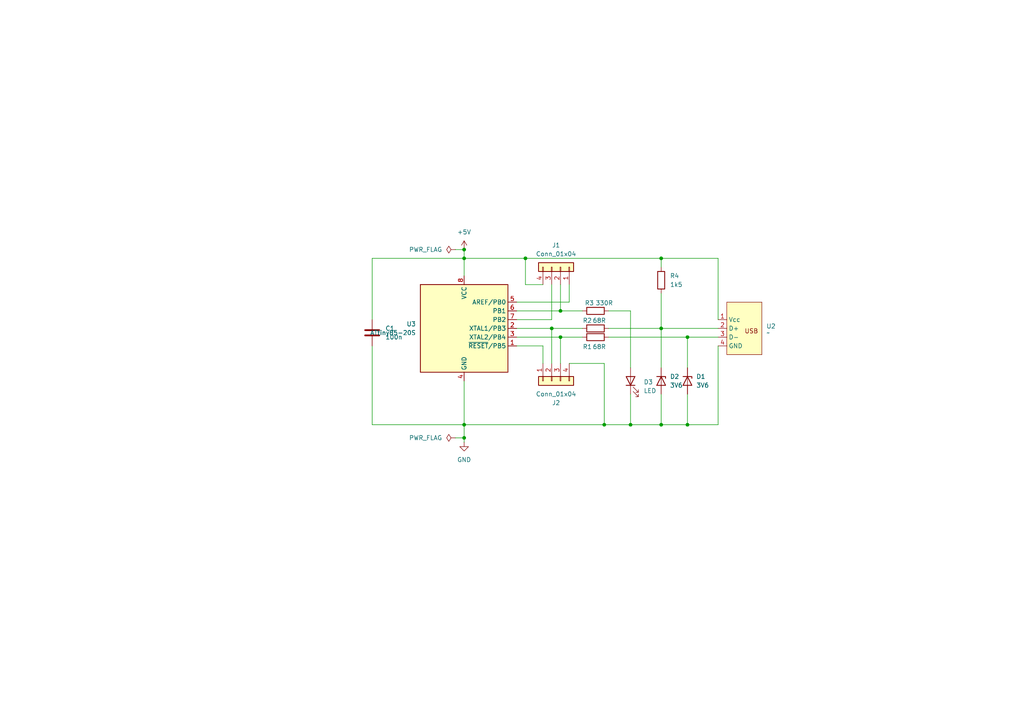
<source format=kicad_sch>
(kicad_sch (version 20250114) (generator "eeschema") (generator_version "9.0")
  (paper "A4")
  (lib_symbols
    (symbol "Connector_Generic:Conn_01x04" (pin_names (offset 1.016) (hide yes))
      (property "Reference" "J" (at 0 5.08 0))
      (property "Value" "Conn_01x04" (at 0 -7.62 0))
      (symbol "Conn_01x04_1_1"
        (rectangle (start -1.27 3.81) (end 1.27 -6.35) (stroke (width 0.254)) (fill (type background)))
        (rectangle (start -1.27 2.667) (end 0 2.413) (stroke (width 0.1524)))
        (rectangle (start -1.27 0.127) (end 0 -0.127) (stroke (width 0.1524)))
        (rectangle (start -1.27 -2.413) (end 0 -2.667) (stroke (width 0.1524)))
        (rectangle (start -1.27 -4.953) (end 0 -5.207) (stroke (width 0.1524)))
        (pin passive line (at -5.08 2.54 0) (length 3.81) (name "Pin_1") (number "1"))
        (pin passive line (at -5.08 0 0) (length 3.81) (name "Pin_2") (number "2"))
        (pin passive line (at -5.08 -2.54 0) (length 3.81) (name "Pin_3") (number "3"))
        (pin passive line (at -5.08 -5.08 0) (length 3.81) (name "Pin_4") (number "4"))
      )
    )
    (symbol "Device:C" (pin_numbers (hide yes)) (pin_names (offset 0.254))
      (property "Reference" "C" (at 0.635 2.54 0))
      (property "Value" "C" (at 0.635 -2.54 0))
      (symbol "C_0_1"
        (polyline (pts (xy -2.032 0.762) (xy 2.032 0.762)) (stroke (width 0.508)))
        (polyline (pts (xy -2.032 -0.762) (xy 2.032 -0.762)) (stroke (width 0.508)))
      )
      (symbol "C_1_1"
        (pin passive line (at 0 3.81 270) (length 2.794) (name "~") (number "1"))
        (pin passive line (at 0 -3.81 90) (length 2.794) (name "~") (number "2"))
      )
    )
    (symbol "Device:D_Zener" (pin_numbers (hide yes)) (pin_names (offset 1.016) (hide yes))
      (property "Reference" "D" (at 0 2.54 0))
      (property "Value" "D_Zener" (at 0 -2.54 0))
      (symbol "D_Zener_0_1"
        (polyline (pts (xy -1.27 -1.27) (xy -1.27 1.27) (xy -0.762 1.27)) (stroke (width 0.254)))
        (polyline (pts (xy 1.27 0) (xy -1.27 0)))
        (polyline (pts (xy 1.27 -1.27) (xy 1.27 1.27) (xy -1.27 0) (xy 1.27 -1.27)) (stroke (width 0.254)))
      )
      (symbol "D_Zener_1_1"
        (pin passive line (at -3.81 0 0) (length 2.54) (name "K") (number "1"))
        (pin passive line (at 3.81 0 180) (length 2.54) (name "A") (number "2"))
      )
    )
    (symbol "Device:LED" (pin_numbers (hide yes)) (pin_names (offset 1.016) (hide yes))
      (property "Reference" "D" (at 0 2.54 0))
      (property "Value" "LED" (at 0 -2.54 0))
      (symbol "LED_0_1"
        (polyline (pts (xy -3.048 -0.762) (xy -4.572 -2.286) (xy -3.81 -2.286) (xy -4.572 -2.286) (xy -4.572 -1.524)))
        (polyline (pts (xy -1.778 -0.762) (xy -3.302 -2.286) (xy -2.54 -2.286) (xy -3.302 -2.286) (xy -3.302 -1.524)))
        (polyline (pts (xy -1.27 0) (xy 1.27 0)))
        (polyline (pts (xy -1.27 -1.27) (xy -1.27 1.27)) (stroke (width 0.254)))
        (polyline (pts (xy 1.27 -1.27) (xy 1.27 1.27) (xy -1.27 0) (xy 1.27 -1.27)) (stroke (width 0.254)))
      )
      (symbol "LED_1_1"
        (pin passive line (at -3.81 0 0) (length 2.54) (name "K") (number "1"))
        (pin passive line (at 3.81 0 180) (length 2.54) (name "A") (number "2"))
      )
    )
    (symbol "Device:R" (pin_numbers (hide yes)) (pin_names (offset 0))
      (property "Reference" "R" (at 2.032 0 90))
      (property "Value" "R" (at 0 0 90))
      (symbol "R_0_1"
        (rectangle (start -1.016 -2.54) (end 1.016 2.54) (stroke (width 0.254)))
      )
      (symbol "R_1_1"
        (pin passive line (at 0 3.81 270) (length 1.27) (name "~") (number "1"))
        (pin passive line (at 0 -3.81 90) (length 1.27) (name "~") (number "2"))
      )
    )
    (symbol "MCU_Microchip_ATtiny:ATtiny85-20S"
      (property "Reference" "U" (at -12.7 13.97 0))
      (property "Value" "ATtiny85-20S" (at 2.54 -13.97 0))
      (symbol "ATtiny85-20S_0_1"
        (rectangle (start -12.7 -12.7) (end 12.7 12.7) (stroke (width 0.254)) (fill (type background)))
      )
      (symbol "ATtiny85-20S_1_1"
        (pin power_in line (at 0 15.24 270) (length 2.54) (name "VCC") (number "8"))
        (pin power_in line (at 0 -15.24 90) (length 2.54) (name "GND") (number "4"))
        (pin bidirectional line (at 15.24 7.62 180) (length 2.54) (name "AREF/PB0") (number "5"))
        (pin bidirectional line (at 15.24 5.08 180) (length 2.54) (name "PB1") (number "6"))
        (pin bidirectional line (at 15.24 2.54 180) (length 2.54) (name "PB2") (number "7"))
        (pin bidirectional line (at 15.24 0 180) (length 2.54) (name "XTAL1/PB3") (number "2"))
        (pin bidirectional line (at 15.24 -2.54 180) (length 2.54) (name "XTAL2/PB4") (number "3"))
        (pin bidirectional line (at 15.24 -5.08 180) (length 2.54) (name "~{RESET}/PB5") (number "1"))
      )
    )
    (symbol "Project_1:PCB_USB_connector"
      (property "Reference" "U" (at 0 0 0))
      (symbol "PCB_USB_connector_1_1"
        (rectangle (start 2.54 8.89) (end 12.7 -6.35) (fill (type background)))
        (text "USB" (at 9.652 0.508 0) (effects (font (size 1.27 1.27))))
        (pin power_in line (at 0 3.81 0) (length 2.54) (name "Vcc") (number "1"))
        (pin bidirectional line (at 0 1.27 0) (length 2.54) (name "D+") (number "2"))
        (pin bidirectional line (at 0 -1.27 0) (length 2.54) (name "D-") (number "3"))
        (pin power_in line (at 0 -3.81 0) (length 2.54) (name "GND") (number "4"))
      )
    )
    (symbol "power:+5V" (power) (pin_numbers (hide yes)) (pin_names (offset 0) (hide yes))
      (property "Value" "+5V" (at 0 3.556 0))
      (symbol "+5V_0_1"
        (polyline (pts (xy -0.762 1.27) (xy 0 2.54)))
        (polyline (pts (xy 0 2.54) (xy 0.762 1.27)))
        (polyline (pts (xy 0 0) (xy 0 2.54)))
      )
      (symbol "+5V_1_1"
        (pin power_in line (at 0 0 90) (length 0) (name "~") (number "1"))
      )
    )
    (symbol "power:GND" (power) (pin_numbers (hide yes)) (pin_names (offset 0) (hide yes))
      (property "Value" "GND" (at 0 -3.81 0))
      (symbol "GND_0_1"
        (polyline (pts (xy 0 0) (xy 0 -1.27) (xy 1.27 -1.27) (xy 0 -2.54) (xy -1.27 -1.27) (xy 0 -1.27)))
      )
      (symbol "GND_1_1"
        (pin power_in line (at 0 0 270) (length 0) (name "~") (number "1"))
      )
    )
    (symbol "power:PWR_FLAG" (power) (pin_numbers (hide yes)) (pin_names (offset 0) (hide yes))
      (property "Value" "PWR_FLAG" (at 0 3.81 0))
      (symbol "PWR_FLAG_0_0"
        (pin power_out line (at 0 0 90) (length 0) (name "~") (number "1"))
      )
      (symbol "PWR_FLAG_0_1"
        (polyline (pts (xy 0 0) (xy 0 1.27) (xy -1.016 1.905) (xy 0 2.54) (xy 1.016 1.905) (xy 0 1.27)))
      )
    )
  )
  (junction (at 160.02 95.25))
  (junction (at 191.77 74.93))
  (junction (at 134.62 72.39))
  (junction (at 162.56 90.17))
  (junction (at 191.77 123.19))
  (junction (at 182.88 123.19))
  (junction (at 134.62 123.19))
  (junction (at 175.26 123.19))
  (junction (at 162.56 97.79))
  (junction (at 152.4 74.93))
  (junction (at 134.62 74.93))
  (junction (at 199.39 97.79))
  (junction (at 191.77 95.25))
  (junction (at 199.39 123.19))
  (junction (at 134.62 127))
  (wire (pts (xy 162.56 82.55) (xy 162.56 90.17)))
  (wire (pts (xy 134.62 74.93) (xy 152.4 74.93)))
  (wire (pts (xy 162.56 97.79) (xy 168.91 97.79)))
  (wire (pts (xy 182.88 114.3) (xy 182.88 123.19)))
  (wire (pts (xy 134.62 74.93) (xy 134.62 80.01)))
  (wire (pts (xy 149.86 95.25) (xy 160.02 95.25)))
  (wire (pts (xy 208.28 123.19) (xy 199.39 123.19)))
  (wire (pts (xy 191.77 95.25) (xy 208.28 95.25)))
  (wire (pts (xy 165.1 82.55) (xy 165.1 87.63)))
  (wire (pts (xy 191.77 85.09) (xy 191.77 95.25)))
  (wire (pts (xy 162.56 105.41) (xy 162.56 97.79)))
  (wire (pts (xy 191.77 77.47) (xy 191.77 74.93)))
  (wire (pts (xy 160.02 82.55) (xy 160.02 92.71)))
  (wire (pts (xy 134.62 110.49) (xy 134.62 123.19)))
  (wire (pts (xy 175.26 123.19) (xy 182.88 123.19)))
  (wire (pts (xy 107.95 92.71) (xy 107.95 74.93)))
  (wire (pts (xy 149.86 100.33) (xy 157.48 100.33)))
  (wire (pts (xy 107.95 123.19) (xy 134.62 123.19)))
  (wire (pts (xy 176.53 90.17) (xy 182.88 90.17)))
  (wire (pts (xy 107.95 74.93) (xy 134.62 74.93)))
  (wire (pts (xy 208.28 74.93) (xy 191.77 74.93)))
  (wire (pts (xy 176.53 95.25) (xy 191.77 95.25)))
  (wire (pts (xy 175.26 105.41) (xy 175.26 123.19)))
  (wire (pts (xy 157.48 100.33) (xy 157.48 105.41)))
  (wire (pts (xy 191.77 95.25) (xy 191.77 106.68)))
  (wire (pts (xy 199.39 97.79) (xy 199.39 106.68)))
  (wire (pts (xy 162.56 90.17) (xy 149.86 90.17)))
  (wire (pts (xy 132.08 72.39) (xy 134.62 72.39)))
  (wire (pts (xy 165.1 105.41) (xy 175.26 105.41)))
  (wire (pts (xy 134.62 123.19) (xy 175.26 123.19)))
  (wire (pts (xy 199.39 114.3) (xy 199.39 123.19)))
  (wire (pts (xy 208.28 100.33) (xy 208.28 123.19)))
  (wire (pts (xy 160.02 95.25) (xy 160.02 105.41)))
  (wire (pts (xy 134.62 72.39) (xy 134.62 74.93)))
  (wire (pts (xy 160.02 95.25) (xy 168.91 95.25)))
  (wire (pts (xy 162.56 97.79) (xy 149.86 97.79)))
  (wire (pts (xy 191.77 114.3) (xy 191.77 123.19)))
  (wire (pts (xy 152.4 82.55) (xy 152.4 74.93)))
  (wire (pts (xy 157.48 82.55) (xy 152.4 82.55)))
  (wire (pts (xy 134.62 123.19) (xy 134.62 127)))
  (wire (pts (xy 134.62 127) (xy 134.62 128.27)))
  (wire (pts (xy 162.56 90.17) (xy 168.91 90.17)))
  (wire (pts (xy 176.53 97.79) (xy 199.39 97.79)))
  (wire (pts (xy 160.02 92.71) (xy 149.86 92.71)))
  (wire (pts (xy 191.77 123.19) (xy 182.88 123.19)))
  (wire (pts (xy 132.08 127) (xy 134.62 127)))
  (wire (pts (xy 199.39 123.19) (xy 191.77 123.19)))
  (wire (pts (xy 199.39 97.79) (xy 208.28 97.79)))
  (wire (pts (xy 165.1 87.63) (xy 149.86 87.63)))
  (wire (pts (xy 107.95 100.33) (xy 107.95 123.19)))
  (wire (pts (xy 182.88 90.17) (xy 182.88 106.68)))
  (wire (pts (xy 152.4 74.93) (xy 191.77 74.93)))
  (wire (pts (xy 208.28 92.71) (xy 208.28 74.93)))
  (symbol (lib_id "power:PWR_FLAG") (at 132.08 127 90) (unit 1)
    (property "Reference" "#FLG02" (effects (hide yes)))
    (property "Value" "PWR_FLAG" (at 128.27 126.9999 90) (effects (justify left)))
    (property "Description" "Special symbol for telling ERC where power comes from" (effects (hide yes)))
  )
  (symbol (lib_id "Device:R") (at 172.72 90.17 90) (unit 1)
    (property "Reference" "R3" (at 170.942 87.884 90))
    (property "Value" "330R" (at 175.26 87.884 90))
    (property "Footprint" "Resistor_SMD:R_0805_2012Metric_Pad1.20x1.40mm_HandSolder" (effects (hide yes)))
    (property "Description" "Resistor" (effects (hide yes)))
  )
  (symbol (lib_id "Connector_Generic:Conn_01x04") (at 162.56 77.47 270) (mirror x) (unit 1)
    (property "Reference" "J1" (at 161.29 71.12 90))
    (property "Value" "Conn_01x04" (at 161.29 73.66 90))
    (property "Footprint" "Connector_PinHeader_2.54mm:PinHeader_1x04_P2.54mm_Vertical" (effects (hide yes)))
    (property "Description" "Generic connector, single row, 01x04, script generated (kicad-library-utils/schlib/autogen/connector/)" (effects (hide yes)))
  )
  (symbol (lib_id "Device:D_Zener") (at 199.39 110.49 270) (unit 1)
    (property "Reference" "D1" (at 201.93 109.2199 90) (effects (justify left)))
    (property "Value" "3V6" (at 201.93 111.7599 90) (effects (justify left)))
    (property "Footprint" "Diode_SMD:D_SOD-123" (effects (hide yes)))
    (property "Description" "Zener diode" (effects (hide yes)))
  )
  (symbol (lib_id "Connector_Generic:Conn_01x04") (at 160.02 110.49 90) (mirror x) (unit 1)
    (property "Reference" "J2" (at 161.29 116.84 90))
    (property "Value" "Conn_01x04" (at 161.29 114.3 90))
    (property "Footprint" "Connector_PinHeader_2.54mm:PinHeader_1x04_P2.54mm_Vertical" (effects (hide yes)))
    (property "Description" "Generic connector, single row, 01x04, script generated (kicad-library-utils/schlib/autogen/connector/)" (effects (hide yes)))
  )
  (symbol (lib_id "Device:LED") (at 182.88 110.49 90) (unit 1)
    (property "Reference" "D3" (at 186.69 110.8074 90) (effects (justify right)))
    (property "Value" "LED" (at 186.69 113.3474 90) (effects (justify right)))
    (property "Footprint" "LED_THT:LED_D3.0mm" (effects (hide yes)))
    (property "Description" "Light emitting diode" (effects (hide yes)))
    (property "Sim.Pins" "1=K 2=A" (effects (hide yes)))
  )
  (symbol (lib_id "Device:R") (at 172.72 97.79 90) (unit 1)
    (property "Reference" "R1" (at 171.704 100.584 90) (effects (justify left)))
    (property "Value" "68R" (at 175.768 100.584 90) (effects (justify left)))
    (property "Footprint" "Resistor_SMD:R_0805_2012Metric_Pad1.20x1.40mm_HandSolder" (effects (hide yes)))
    (property "Description" "Resistor" (effects (hide yes)))
  )
  (symbol (lib_id "Project_1:PCB_USB_connector") (at 208.28 96.52 0) (unit 1)
    (property "Reference" "U2" (at 222.25 94.6149 0) (effects (justify left)))
    (property "Value" "~" (at 222.25 96.52 0) (effects (justify left)))
    (property "Footprint" "Project_1:PCB_USB_connector" (effects (hide yes)))
  )
  (symbol (lib_id "power:PWR_FLAG") (at 132.08 72.39 90) (unit 1)
    (property "Reference" "#FLG01" (effects (hide yes)))
    (property "Value" "PWR_FLAG" (at 128.27 72.3899 90) (effects (justify left)))
    (property "Description" "Special symbol for telling ERC where power comes from" (effects (hide yes)))
  )
  (symbol (lib_id "power:+5V") (at 134.62 72.39 0) (unit 1)
    (property "Reference" "#PWR01" (effects (hide yes)))
    (property "Value" "+5V" (at 134.62 67.31 0))
    (property "Description" "Power symbol creates a global label with name \"+5V\"" (effects (hide yes)))
  )
  (symbol (lib_id "power:GND") (at 134.62 128.27 0) (unit 1)
    (property "Reference" "#PWR02" (effects (hide yes)))
    (property "Value" "GND" (at 134.62 133.35 0))
    (property "Description" "Power symbol creates a global label with name \"GND\" , ground" (effects (hide yes)))
  )
  (symbol (lib_id "Device:C") (at 107.95 96.52 0) (unit 1)
    (property "Reference" "C1" (at 111.76 95.2499 0) (effects (justify left)))
    (property "Value" "100n" (at 111.76 97.7899 0) (effects (justify left)))
    (property "Footprint" "Capacitor_SMD:C_1206_3216Metric_Pad1.33x1.80mm_HandSolder" (effects (hide yes)))
    (property "Description" "Unpolarized capacitor" (effects (hide yes)))
  )
  (symbol (lib_id "Device:D_Zener") (at 191.77 110.49 270) (unit 1)
    (property "Reference" "D2" (at 194.31 109.2199 90) (effects (justify left)))
    (property "Value" "3V6" (at 194.31 111.7599 90) (effects (justify left)))
    (property "Footprint" "Diode_SMD:D_SOD-123" (effects (hide yes)))
    (property "Description" "Zener diode" (effects (hide yes)))
  )
  (symbol (lib_id "Device:R") (at 191.77 81.28 0) (unit 1)
    (property "Reference" "R4" (at 194.31 80.0099 0) (effects (justify left)))
    (property "Value" "1k5" (at 194.31 82.5499 0) (effects (justify left)))
    (property "Footprint" "Resistor_SMD:R_0805_2012Metric_Pad1.20x1.40mm_HandSolder" (effects (hide yes)))
    (property "Description" "Resistor" (effects (hide yes)))
  )
  (symbol (lib_id "Device:R") (at 172.72 95.25 90) (unit 1)
    (property "Reference" "R2" (at 171.704 92.964 90) (effects (justify left)))
    (property "Value" "68R" (at 175.768 92.964 90) (effects (justify left)))
    (property "Footprint" "Resistor_SMD:R_0805_2012Metric_Pad1.20x1.40mm_HandSolder" (effects (hide yes)))
    (property "Description" "Resistor" (effects (hide yes)))
  )
  (symbol (lib_id "MCU_Microchip_ATtiny:ATtiny85-20S") (at 134.62 95.25 0) (unit 1)
    (property "Reference" "U3" (at 120.65 93.9799 0) (effects (justify right)))
    (property "Value" "ATtiny85-20S" (at 120.65 96.5199 0) (effects (justify right)))
    (property "Footprint" "Package_SO:SOIC-8_5.3x5.3mm_P1.27mm" (effects (hide yes)))
    (property "Datasheet" "http://ww1.microchip.com/downloads/en/DeviceDoc/atmel-2586-avr-8-bit-microcontroller-attiny25-attiny45-attiny85_datasheet.pdf" (effects (hide yes)))
    (property "Description" "20MHz, 8kB Flash, 512B SRAM, 512B EEPROM, debugWIRE, SOIC-8" (effects (hide yes)))
  )
)
</source>
